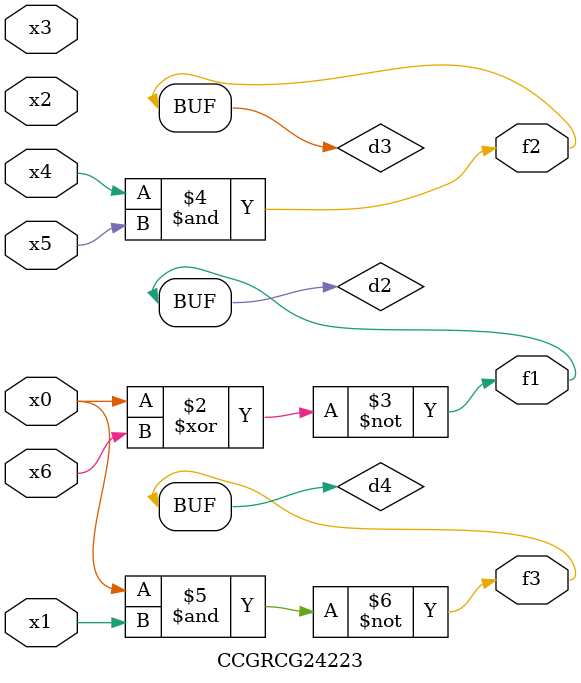
<source format=v>
module CCGRCG24223(
	input x0, x1, x2, x3, x4, x5, x6,
	output f1, f2, f3
);

	wire d1, d2, d3, d4;

	nor (d1, x0);
	xnor (d2, x0, x6);
	and (d3, x4, x5);
	nand (d4, x0, x1);
	assign f1 = d2;
	assign f2 = d3;
	assign f3 = d4;
endmodule

</source>
